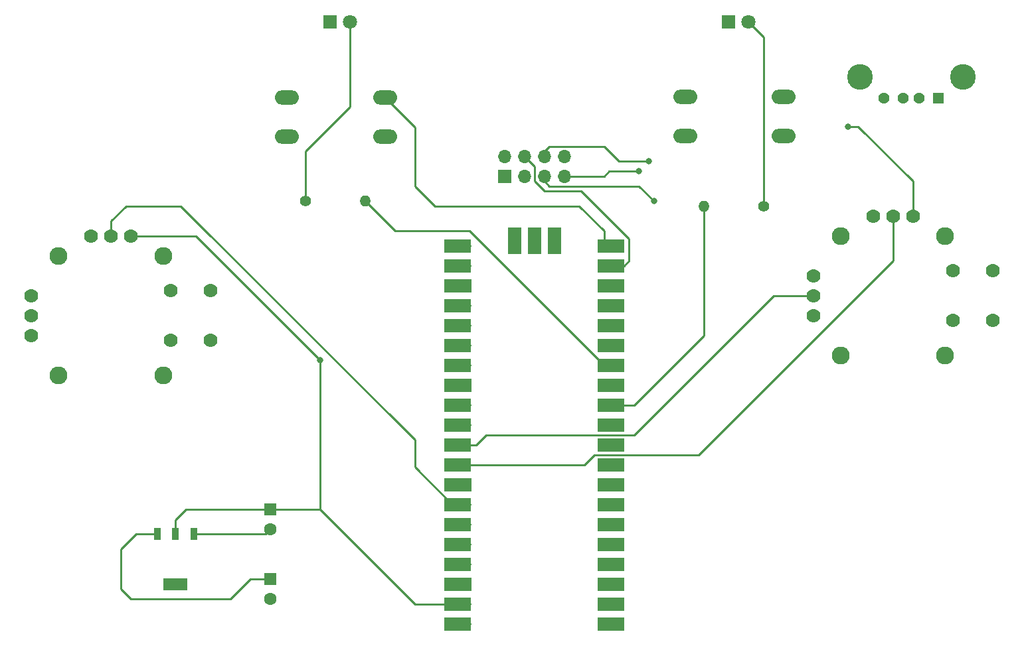
<source format=gbr>
%TF.GenerationSoftware,KiCad,Pcbnew,(5.1.10-1-10_14)*%
%TF.CreationDate,2021-09-27T13:26:11-04:00*%
%TF.ProjectId,Controller_V1,436f6e74-726f-46c6-9c65-725f56312e6b,rev?*%
%TF.SameCoordinates,Original*%
%TF.FileFunction,Copper,L1,Top*%
%TF.FilePolarity,Positive*%
%FSLAX46Y46*%
G04 Gerber Fmt 4.6, Leading zero omitted, Abs format (unit mm)*
G04 Created by KiCad (PCBNEW (5.1.10-1-10_14)) date 2021-09-27 13:26:11*
%MOMM*%
%LPD*%
G01*
G04 APERTURE LIST*
%TA.AperFunction,ComponentPad*%
%ADD10O,3.048000X1.850000*%
%TD*%
%TA.AperFunction,ComponentPad*%
%ADD11O,1.400000X1.400000*%
%TD*%
%TA.AperFunction,ComponentPad*%
%ADD12C,1.400000*%
%TD*%
%TA.AperFunction,ComponentPad*%
%ADD13C,3.276000*%
%TD*%
%TA.AperFunction,ComponentPad*%
%ADD14C,1.428000*%
%TD*%
%TA.AperFunction,ComponentPad*%
%ADD15R,1.428000X1.428000*%
%TD*%
%TA.AperFunction,ComponentPad*%
%ADD16C,1.800000*%
%TD*%
%TA.AperFunction,ComponentPad*%
%ADD17R,1.800000X1.800000*%
%TD*%
%TA.AperFunction,ComponentPad*%
%ADD18O,1.700000X1.700000*%
%TD*%
%TA.AperFunction,SMDPad,CuDef*%
%ADD19R,1.700000X3.500000*%
%TD*%
%TA.AperFunction,ComponentPad*%
%ADD20R,1.700000X1.700000*%
%TD*%
%TA.AperFunction,SMDPad,CuDef*%
%ADD21R,3.500000X1.700000*%
%TD*%
%TA.AperFunction,SMDPad,CuDef*%
%ADD22R,3.098800X1.600200*%
%TD*%
%TA.AperFunction,SMDPad,CuDef*%
%ADD23R,0.838200X1.600200*%
%TD*%
%TA.AperFunction,ComponentPad*%
%ADD24C,1.600000*%
%TD*%
%TA.AperFunction,ComponentPad*%
%ADD25R,1.600000X1.600000*%
%TD*%
%TA.AperFunction,ComponentPad*%
%ADD26C,1.778000*%
%TD*%
%TA.AperFunction,ComponentPad*%
%ADD27C,2.286000*%
%TD*%
%TA.AperFunction,ViaPad*%
%ADD28C,0.800000*%
%TD*%
%TA.AperFunction,Conductor*%
%ADD29C,0.250000*%
%TD*%
G04 APERTURE END LIST*
D10*
%TO.P,SW2,2*%
%TO.N,GND*%
X193875000Y-70405000D03*
%TO.P,SW2,1*%
%TO.N,GP16*%
X193875000Y-65405000D03*
%TO.P,SW2,2*%
%TO.N,GND*%
X206375000Y-70405000D03*
%TO.P,SW2,1*%
%TO.N,GP16*%
X206375000Y-65405000D03*
%TD*%
%TO.P,SW1,2*%
%TO.N,GND*%
X143075000Y-70485000D03*
%TO.P,SW1,1*%
%TO.N,GP15*%
X143075000Y-65485000D03*
%TO.P,SW1,2*%
%TO.N,GND*%
X155575000Y-70485000D03*
%TO.P,SW1,1*%
%TO.N,GP15*%
X155575000Y-65485000D03*
%TD*%
D11*
%TO.P,R2,2*%
%TO.N,GP09*%
X196215000Y-79375000D03*
D12*
%TO.P,R2,1*%
%TO.N,Net-(D2-Pad2)*%
X203835000Y-79375000D03*
%TD*%
D11*
%TO.P,R1,2*%
%TO.N,GP10*%
X153035000Y-78740000D03*
D12*
%TO.P,R1,1*%
%TO.N,Net-(D1-Pad2)*%
X145415000Y-78740000D03*
%TD*%
D13*
%TO.P,J2,S2*%
%TO.N,Net-(J2-PadS1)*%
X216095000Y-62865000D03*
%TO.P,J2,S1*%
X229235000Y-62865000D03*
D14*
%TO.P,J2,4*%
%TO.N,GND*%
X219165000Y-65575000D03*
%TO.P,J2,3*%
%TO.N,Net-(J2-Pad3)*%
X221665000Y-65575000D03*
%TO.P,J2,2*%
%TO.N,Net-(J2-Pad2)*%
X223665000Y-65575000D03*
D15*
%TO.P,J2,1*%
%TO.N,+5V*%
X226165000Y-65575000D03*
%TD*%
D16*
%TO.P,D2,2*%
%TO.N,Net-(D2-Pad2)*%
X201930000Y-55880000D03*
D17*
%TO.P,D2,1*%
%TO.N,GND*%
X199390000Y-55880000D03*
%TD*%
D16*
%TO.P,D1,2*%
%TO.N,Net-(D1-Pad2)*%
X151130000Y-55880000D03*
D17*
%TO.P,D1,1*%
%TO.N,GND*%
X148590000Y-55880000D03*
%TD*%
D18*
%TO.P,U2,43*%
%TO.N,Net-(U2-Pad43)*%
X172085000Y-84685000D03*
D19*
X172085000Y-83785000D03*
D20*
%TO.P,U2,42*%
%TO.N,Net-(U2-Pad42)*%
X174625000Y-84685000D03*
D19*
X174625000Y-83785000D03*
D18*
%TO.P,U2,41*%
%TO.N,Net-(U2-Pad41)*%
X177165000Y-84685000D03*
D19*
X177165000Y-83785000D03*
D21*
%TO.P,U2,21*%
%TO.N,GP16*%
X164835000Y-84455000D03*
%TO.P,U2,22*%
%TO.N,GP17*%
X164835000Y-86995000D03*
%TO.P,U2,23*%
%TO.N,Net-(U2-Pad23)*%
X164835000Y-89535000D03*
%TO.P,U2,24*%
%TO.N,Net-(U2-Pad24)*%
X164835000Y-92075000D03*
%TO.P,U2,25*%
%TO.N,Net-(U2-Pad25)*%
X164835000Y-94615000D03*
%TO.P,U2,26*%
%TO.N,Net-(U2-Pad26)*%
X164835000Y-97155000D03*
%TO.P,U2,27*%
%TO.N,Net-(U2-Pad27)*%
X164835000Y-99695000D03*
%TO.P,U2,28*%
%TO.N,Net-(U2-Pad28)*%
X164835000Y-102235000D03*
%TO.P,U2,29*%
%TO.N,Net-(U2-Pad29)*%
X164835000Y-104775000D03*
%TO.P,U2,30*%
%TO.N,Net-(U2-Pad30)*%
X164835000Y-107315000D03*
%TO.P,U2,31*%
%TO.N,GP26*%
X164835000Y-109855000D03*
%TO.P,U2,32*%
%TO.N,GP27*%
X164835000Y-112395000D03*
%TO.P,U2,33*%
%TO.N,Net-(U2-Pad33)*%
X164835000Y-114935000D03*
%TO.P,U2,34*%
%TO.N,GP28*%
X164835000Y-117475000D03*
%TO.P,U2,35*%
%TO.N,Net-(U2-Pad35)*%
X164835000Y-120015000D03*
%TO.P,U2,36*%
%TO.N,Net-(U2-Pad36)*%
X164835000Y-122555000D03*
%TO.P,U2,37*%
%TO.N,Net-(U2-Pad37)*%
X164835000Y-125095000D03*
%TO.P,U2,38*%
%TO.N,GND*%
X164835000Y-127635000D03*
%TO.P,U2,39*%
%TO.N,+3V3*%
X164835000Y-130175000D03*
%TO.P,U2,40*%
%TO.N,Net-(U2-Pad40)*%
X164835000Y-132715000D03*
%TO.P,U2,20*%
%TO.N,GP15*%
X184415000Y-84455000D03*
%TO.P,U2,19*%
%TO.N,GP14*%
X184415000Y-86995000D03*
%TO.P,U2,18*%
%TO.N,Net-(U2-Pad18)*%
X184415000Y-89535000D03*
%TO.P,U2,17*%
%TO.N,Net-(U2-Pad17)*%
X184415000Y-92075000D03*
%TO.P,U2,16*%
%TO.N,Net-(U2-Pad16)*%
X184415000Y-94615000D03*
%TO.P,U2,15*%
%TO.N,Net-(U2-Pad15)*%
X184415000Y-97155000D03*
%TO.P,U2,14*%
%TO.N,GP10*%
X184415000Y-99695000D03*
%TO.P,U2,13*%
%TO.N,Net-(U2-Pad13)*%
X184415000Y-102235000D03*
%TO.P,U2,12*%
%TO.N,GP09*%
X184415000Y-104775000D03*
%TO.P,U2,11*%
%TO.N,Net-(U2-Pad11)*%
X184415000Y-107315000D03*
%TO.P,U2,10*%
%TO.N,GP07*%
X184415000Y-109855000D03*
%TO.P,U2,9*%
%TO.N,GP06*%
X184415000Y-112395000D03*
%TO.P,U2,8*%
%TO.N,Net-(U2-Pad8)*%
X184415000Y-114935000D03*
%TO.P,U2,7*%
%TO.N,Net-(U2-Pad7)*%
X184415000Y-117475000D03*
%TO.P,U2,6*%
%TO.N,GP04*%
X184415000Y-120015000D03*
%TO.P,U2,5*%
%TO.N,Net-(U2-Pad5)*%
X184415000Y-122555000D03*
%TO.P,U2,4*%
%TO.N,Net-(U2-Pad4)*%
X184415000Y-125095000D03*
%TO.P,U2,3*%
%TO.N,Net-(U2-Pad3)*%
X184415000Y-127635000D03*
%TO.P,U2,2*%
%TO.N,Net-(U2-Pad2)*%
X184415000Y-130175000D03*
%TO.P,U2,1*%
%TO.N,Net-(U2-Pad1)*%
X184415000Y-132715000D03*
D18*
%TO.P,U2,40*%
%TO.N,Net-(U2-Pad40)*%
X165735000Y-132715000D03*
%TO.P,U2,39*%
%TO.N,+3V3*%
X165735000Y-130175000D03*
D20*
%TO.P,U2,38*%
%TO.N,GND*%
X165735000Y-127635000D03*
D18*
%TO.P,U2,37*%
%TO.N,Net-(U2-Pad37)*%
X165735000Y-125095000D03*
%TO.P,U2,36*%
%TO.N,Net-(U2-Pad36)*%
X165735000Y-122555000D03*
%TO.P,U2,35*%
%TO.N,Net-(U2-Pad35)*%
X165735000Y-120015000D03*
%TO.P,U2,34*%
%TO.N,GP28*%
X165735000Y-117475000D03*
D20*
%TO.P,U2,33*%
%TO.N,Net-(U2-Pad33)*%
X165735000Y-114935000D03*
D18*
%TO.P,U2,32*%
%TO.N,GP27*%
X165735000Y-112395000D03*
%TO.P,U2,31*%
%TO.N,GP26*%
X165735000Y-109855000D03*
%TO.P,U2,30*%
%TO.N,Net-(U2-Pad30)*%
X165735000Y-107315000D03*
%TO.P,U2,29*%
%TO.N,Net-(U2-Pad29)*%
X165735000Y-104775000D03*
D20*
%TO.P,U2,28*%
%TO.N,Net-(U2-Pad28)*%
X165735000Y-102235000D03*
D18*
%TO.P,U2,27*%
%TO.N,Net-(U2-Pad27)*%
X165735000Y-99695000D03*
%TO.P,U2,26*%
%TO.N,Net-(U2-Pad26)*%
X165735000Y-97155000D03*
%TO.P,U2,25*%
%TO.N,Net-(U2-Pad25)*%
X165735000Y-94615000D03*
%TO.P,U2,24*%
%TO.N,Net-(U2-Pad24)*%
X165735000Y-92075000D03*
D20*
%TO.P,U2,23*%
%TO.N,Net-(U2-Pad23)*%
X165735000Y-89535000D03*
D18*
%TO.P,U2,22*%
%TO.N,GP17*%
X165735000Y-86995000D03*
%TO.P,U2,21*%
%TO.N,GP16*%
X165735000Y-84455000D03*
%TO.P,U2,20*%
%TO.N,GP15*%
X183515000Y-84455000D03*
%TO.P,U2,19*%
%TO.N,GP14*%
X183515000Y-86995000D03*
D20*
%TO.P,U2,18*%
%TO.N,Net-(U2-Pad18)*%
X183515000Y-89535000D03*
D18*
%TO.P,U2,17*%
%TO.N,Net-(U2-Pad17)*%
X183515000Y-92075000D03*
%TO.P,U2,16*%
%TO.N,Net-(U2-Pad16)*%
X183515000Y-94615000D03*
%TO.P,U2,15*%
%TO.N,Net-(U2-Pad15)*%
X183515000Y-97155000D03*
%TO.P,U2,14*%
%TO.N,GP10*%
X183515000Y-99695000D03*
D20*
%TO.P,U2,13*%
%TO.N,Net-(U2-Pad13)*%
X183515000Y-102235000D03*
D18*
%TO.P,U2,12*%
%TO.N,GP09*%
X183515000Y-104775000D03*
%TO.P,U2,11*%
%TO.N,Net-(U2-Pad11)*%
X183515000Y-107315000D03*
%TO.P,U2,10*%
%TO.N,GP07*%
X183515000Y-109855000D03*
%TO.P,U2,9*%
%TO.N,GP06*%
X183515000Y-112395000D03*
D20*
%TO.P,U2,8*%
%TO.N,Net-(U2-Pad8)*%
X183515000Y-114935000D03*
D18*
%TO.P,U2,7*%
%TO.N,Net-(U2-Pad7)*%
X183515000Y-117475000D03*
%TO.P,U2,6*%
%TO.N,GP04*%
X183515000Y-120015000D03*
%TO.P,U2,5*%
%TO.N,Net-(U2-Pad5)*%
X183515000Y-122555000D03*
%TO.P,U2,4*%
%TO.N,Net-(U2-Pad4)*%
X183515000Y-125095000D03*
D20*
%TO.P,U2,3*%
%TO.N,Net-(U2-Pad3)*%
X183515000Y-127635000D03*
D18*
%TO.P,U2,2*%
%TO.N,Net-(U2-Pad2)*%
X183515000Y-130175000D03*
%TO.P,U2,1*%
%TO.N,Net-(U2-Pad1)*%
X183515000Y-132715000D03*
%TD*%
D22*
%TO.P,VR1,4*%
%TO.N,N/C*%
X128879600Y-127660400D03*
D23*
%TO.P,VR1,3*%
%TO.N,+5V*%
X126568200Y-121259600D03*
%TO.P,VR1,2*%
%TO.N,+3V3*%
X128879600Y-121259600D03*
%TO.P,VR1,1*%
%TO.N,GND*%
X131191000Y-121259600D03*
%TD*%
D24*
%TO.P,C2,2*%
%TO.N,GND*%
X140970000Y-120610000D03*
D25*
%TO.P,C2,1*%
%TO.N,+3V3*%
X140970000Y-118110000D03*
%TD*%
D24*
%TO.P,C1,2*%
%TO.N,GND*%
X140970000Y-129500000D03*
D25*
%TO.P,C1,1*%
%TO.N,+5V*%
X140970000Y-127000000D03*
%TD*%
D26*
%TO.P,U3,V3*%
%TO.N,GND*%
X217805000Y-80645000D03*
%TO.P,U3,V2*%
%TO.N,GP27*%
X220345000Y-80645000D03*
%TO.P,U3,V1*%
%TO.N,+3V3*%
X222885000Y-80645000D03*
D27*
%TO.P,U3,S4*%
%TO.N,Net-(U3-PadS1)*%
X227012500Y-98425000D03*
%TO.P,U3,S3*%
X213677500Y-98425000D03*
%TO.P,U3,S2*%
X213677500Y-83185000D03*
%TO.P,U3,S1*%
X227012500Y-83185000D03*
D26*
%TO.P,U3,H3*%
%TO.N,GND*%
X210185000Y-93345000D03*
%TO.P,U3,H2*%
%TO.N,GP26*%
X210185000Y-90805000D03*
%TO.P,U3,H1*%
%TO.N,+3V3*%
X210185000Y-88265000D03*
%TO.P,U3,B2B*%
%TO.N,N/C*%
X227965000Y-93980000D03*
%TO.P,U3,B2A*%
%TO.N,Net-(U3-PadB2A)*%
X227965000Y-87630000D03*
%TO.P,U3,B1B*%
%TO.N,N/C*%
X233045000Y-93980000D03*
%TO.P,U3,B1A*%
%TO.N,Net-(U3-PadB1A)*%
X233045000Y-87630000D03*
%TD*%
%TO.P,U1,V3*%
%TO.N,GND*%
X118110000Y-83185000D03*
%TO.P,U1,V2*%
%TO.N,GP28*%
X120650000Y-83185000D03*
%TO.P,U1,V1*%
%TO.N,+3V3*%
X123190000Y-83185000D03*
D27*
%TO.P,U1,S4*%
%TO.N,Net-(U1-PadS1)*%
X127317500Y-100965000D03*
%TO.P,U1,S3*%
X113982500Y-100965000D03*
%TO.P,U1,S2*%
X113982500Y-85725000D03*
%TO.P,U1,S1*%
X127317500Y-85725000D03*
D26*
%TO.P,U1,H3*%
%TO.N,Net-(U1-PadH3)*%
X110490000Y-95885000D03*
%TO.P,U1,H2*%
%TO.N,Net-(U1-PadH2)*%
X110490000Y-93345000D03*
%TO.P,U1,H1*%
%TO.N,Net-(U1-PadH1)*%
X110490000Y-90805000D03*
%TO.P,U1,B2B*%
%TO.N,N/C*%
X128270000Y-96520000D03*
%TO.P,U1,B2A*%
%TO.N,Net-(U1-PadB2A)*%
X128270000Y-90170000D03*
%TO.P,U1,B1B*%
%TO.N,N/C*%
X133350000Y-96520000D03*
%TO.P,U1,B1A*%
%TO.N,Net-(U1-PadB1A)*%
X133350000Y-90170000D03*
%TD*%
D18*
%TO.P,J1,8*%
%TO.N,Net-(J1-Pad8)*%
X178435000Y-73025000D03*
%TO.P,J1,7*%
%TO.N,GP07*%
X178435000Y-75565000D03*
%TO.P,J1,6*%
%TO.N,GP04*%
X175895000Y-73025000D03*
%TO.P,J1,5*%
%TO.N,GP06*%
X175895000Y-75565000D03*
%TO.P,J1,4*%
%TO.N,GP14*%
X173355000Y-73025000D03*
%TO.P,J1,3*%
%TO.N,GP17*%
X173355000Y-75565000D03*
%TO.P,J1,2*%
%TO.N,+3V3*%
X170815000Y-73025000D03*
D20*
%TO.P,J1,1*%
%TO.N,GND*%
X170815000Y-75565000D03*
%TD*%
D28*
%TO.N,GP07*%
X187960000Y-74930000D03*
%TO.N,GP04*%
X189230000Y-73660000D03*
%TO.N,GP06*%
X189865010Y-78740000D03*
%TO.N,+3V3*%
X147320000Y-99060000D03*
X214630000Y-69215000D03*
%TD*%
D29*
%TO.N,GP07*%
X183515000Y-75565000D02*
X178435000Y-75565000D01*
X184150000Y-74930000D02*
X183515000Y-75565000D01*
X187960000Y-74930000D02*
X184150000Y-74930000D01*
%TO.N,GP04*%
X176530000Y-71755000D02*
X175895000Y-72390000D01*
X183515000Y-71755000D02*
X176530000Y-71755000D01*
X185420000Y-73660000D02*
X183515000Y-71755000D01*
X175895000Y-72390000D02*
X175895000Y-73025000D01*
X189230000Y-73660000D02*
X185420000Y-73660000D01*
%TO.N,GP06*%
X187960000Y-76835000D02*
X189865000Y-78740000D01*
X176530000Y-76835000D02*
X187960000Y-76835000D01*
X189865000Y-78740000D02*
X189865010Y-78740000D01*
X175895000Y-76200000D02*
X176530000Y-76835000D01*
X175895000Y-75565000D02*
X175895000Y-76200000D01*
%TO.N,GP14*%
X174625000Y-76201411D02*
X174625000Y-74295000D01*
X183515000Y-86995000D02*
X186055000Y-86995000D01*
X186055000Y-86995000D02*
X186690000Y-86360000D01*
X180615002Y-77470000D02*
X175893589Y-77470000D01*
X186690000Y-86360000D02*
X186690000Y-83544998D01*
X186690000Y-83544998D02*
X180615002Y-77470000D01*
X175893589Y-77470000D02*
X174625000Y-76201411D01*
X174625000Y-74295000D02*
X173355000Y-73025000D01*
%TO.N,+3V3*%
X128879600Y-121259600D02*
X128879600Y-119405400D01*
X130175000Y-118110000D02*
X140970000Y-118110000D01*
X128879600Y-119405400D02*
X130175000Y-118110000D01*
X140970000Y-118110000D02*
X147320000Y-118110000D01*
X159385000Y-130175000D02*
X165735000Y-130175000D01*
X147320000Y-118110000D02*
X159385000Y-130175000D01*
X123190000Y-83185000D02*
X131445000Y-83185000D01*
X147320000Y-99060000D02*
X147320000Y-118110000D01*
X131445000Y-83185000D02*
X147320000Y-99060000D01*
X147320000Y-99060000D02*
X147320000Y-99060000D01*
X214630000Y-69215000D02*
X215900000Y-69215000D01*
X222885000Y-76200000D02*
X222885000Y-80645000D01*
X215900000Y-69215000D02*
X222885000Y-76200000D01*
%TO.N,GND*%
X140320400Y-121259600D02*
X140970000Y-120610000D01*
X131191000Y-121259600D02*
X140320400Y-121259600D01*
%TO.N,GP28*%
X164189998Y-117475000D02*
X165735000Y-117475000D01*
X129540000Y-79375000D02*
X159385000Y-109220000D01*
X159385000Y-109220000D02*
X159385000Y-112670002D01*
X122555000Y-79375000D02*
X129540000Y-79375000D01*
X159385000Y-112670002D02*
X164189998Y-117475000D01*
X120650000Y-81280000D02*
X122555000Y-79375000D01*
X120650000Y-83185000D02*
X120650000Y-81280000D01*
%TO.N,GP27*%
X220345000Y-86360000D02*
X220345000Y-80645000D01*
X195580000Y-111125000D02*
X220345000Y-86360000D01*
X182245000Y-111125000D02*
X195580000Y-111125000D01*
X180975000Y-112395000D02*
X182245000Y-111125000D01*
X165735000Y-112395000D02*
X180975000Y-112395000D01*
%TO.N,GP26*%
X187325000Y-108585000D02*
X168464998Y-108585000D01*
X205105000Y-90805000D02*
X187325000Y-108585000D01*
X167194998Y-109855000D02*
X165735000Y-109855000D01*
X168464998Y-108585000D02*
X167194998Y-109855000D01*
X210185000Y-90805000D02*
X205105000Y-90805000D01*
%TO.N,+5V*%
X135890000Y-129540000D02*
X138430000Y-127000000D01*
X121920000Y-128270000D02*
X123190000Y-129540000D01*
X123190000Y-129540000D02*
X135890000Y-129540000D01*
X138430000Y-127000000D02*
X140970000Y-127000000D01*
X121920000Y-123190000D02*
X121920000Y-128270000D01*
X123850400Y-121259600D02*
X121920000Y-123190000D01*
X126568200Y-121259600D02*
X123850400Y-121259600D01*
%TO.N,GP15*%
X183515000Y-84455000D02*
X183515000Y-82550000D01*
X183515000Y-82550000D02*
X180340000Y-79375000D01*
X180340000Y-79375000D02*
X161925000Y-79375000D01*
X161925000Y-79375000D02*
X159385000Y-76835000D01*
X159385000Y-69295000D02*
X155575000Y-65485000D01*
X159385000Y-76835000D02*
X159385000Y-69295000D01*
%TO.N,GP10*%
X156845000Y-82550000D02*
X153035000Y-78740000D01*
X166370000Y-82550000D02*
X156845000Y-82550000D01*
X183515000Y-99695000D02*
X166370000Y-82550000D01*
%TO.N,GP09*%
X196215000Y-95885000D02*
X196215000Y-79375000D01*
X187325000Y-104775000D02*
X196215000Y-95885000D01*
X183515000Y-104775000D02*
X187325000Y-104775000D01*
%TO.N,Net-(D1-Pad2)*%
X145415000Y-78740000D02*
X145415000Y-72390000D01*
X151130000Y-66675000D02*
X151130000Y-55880000D01*
X145415000Y-72390000D02*
X151130000Y-66675000D01*
%TO.N,Net-(D2-Pad2)*%
X203835000Y-57785000D02*
X201930000Y-55880000D01*
X203835000Y-79375000D02*
X203835000Y-57785000D01*
%TD*%
M02*

</source>
